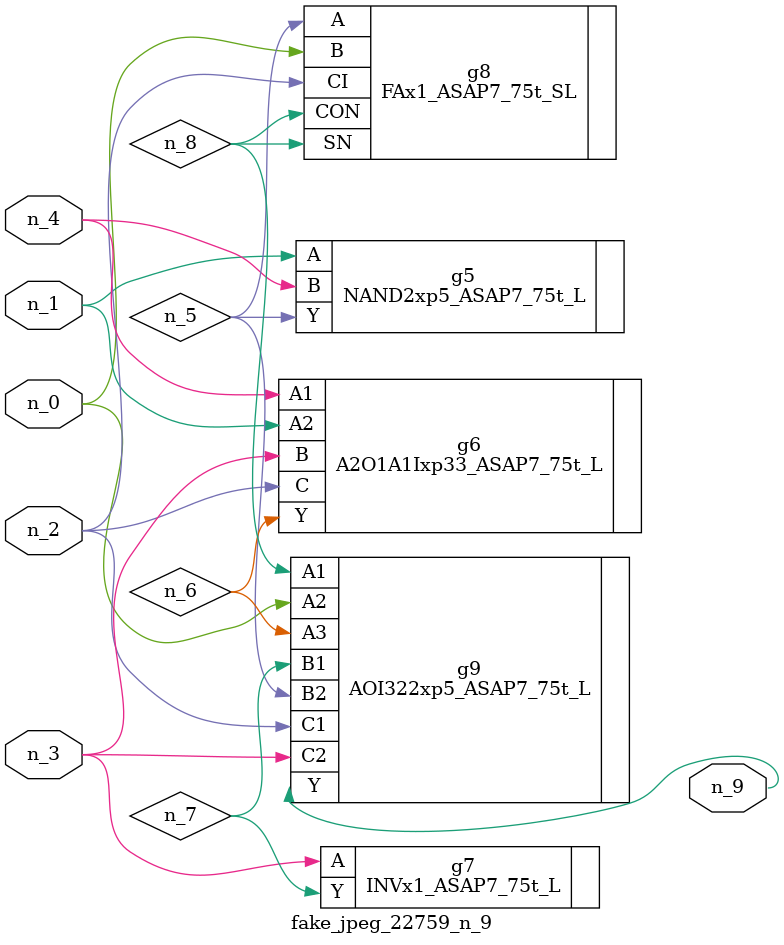
<source format=v>
module fake_jpeg_22759_n_9 (n_3, n_2, n_1, n_0, n_4, n_9);

input n_3;
input n_2;
input n_1;
input n_0;
input n_4;

output n_9;

wire n_8;
wire n_6;
wire n_5;
wire n_7;

NAND2xp5_ASAP7_75t_L g5 ( 
.A(n_1),
.B(n_4),
.Y(n_5)
);

A2O1A1Ixp33_ASAP7_75t_L g6 ( 
.A1(n_4),
.A2(n_1),
.B(n_3),
.C(n_2),
.Y(n_6)
);

INVx1_ASAP7_75t_L g7 ( 
.A(n_3),
.Y(n_7)
);

FAx1_ASAP7_75t_SL g8 ( 
.A(n_5),
.B(n_0),
.CI(n_2),
.CON(n_8),
.SN(n_8)
);

AOI322xp5_ASAP7_75t_L g9 ( 
.A1(n_8),
.A2(n_0),
.A3(n_6),
.B1(n_7),
.B2(n_5),
.C1(n_2),
.C2(n_3),
.Y(n_9)
);


endmodule
</source>
